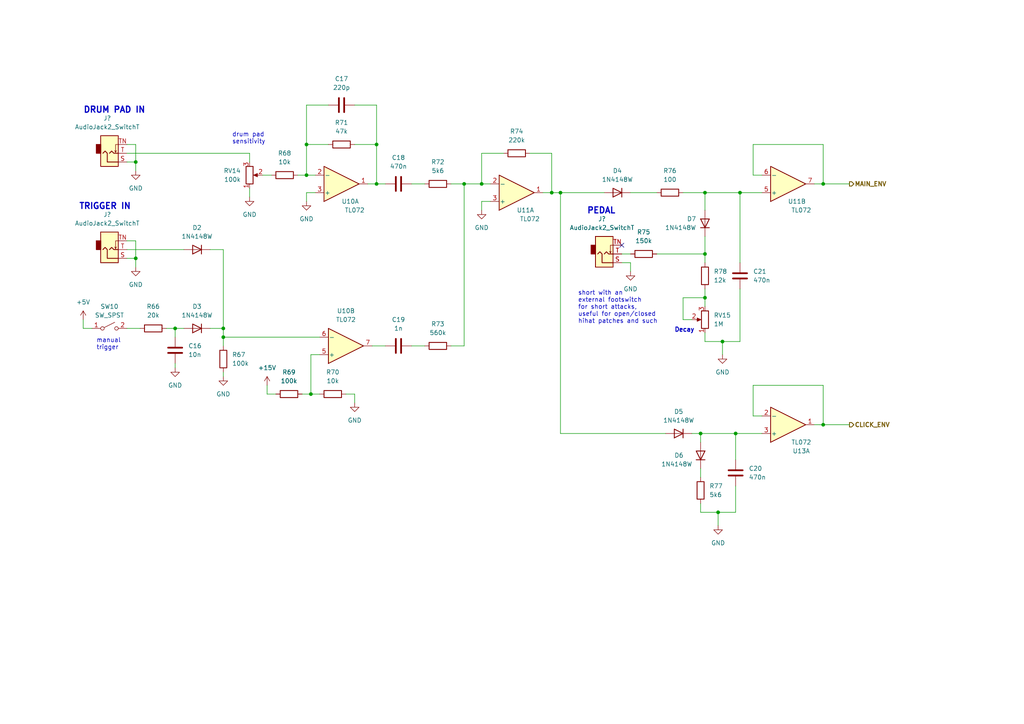
<source format=kicad_sch>
(kicad_sch (version 20221206) (generator eeschema)
  (paper "A4")
  (title_block (title "J.P. Fundrums") (date "2023-02-02") (rev "0") (comment 1 "creativecommons.org/licences/by/4.0/") (comment 2 "Licence: CC by 4.0") (comment 3 "Author: Jordan Aceto"))
  (lib_symbols
    (symbol "Amplifier_Operational:TL072" (pin_names (offset 0.127))
      (property "Reference" "U" (at 0 5.08 0))
      (property "Value" "TL072" (at 0 -5.08 0))
      (symbol "TL072_1_1"
        (polyline (pts (xy -5.08 5.08) (xy 5.08 0) (xy -5.08 -5.08) (xy -5.08 5.08)) (stroke (width 0.254)) (fill (type background)))
        (pin output line (at 7.62 0 180) (length 2.54) (name "~") (number "1"))
        (pin input line (at -7.62 -2.54 0) (length 2.54) (name "-") (number "2"))
        (pin input line (at -7.62 2.54 0) (length 2.54) (name "+") (number "3"))
      )
      (symbol "TL072_2_1"
        (polyline (pts (xy -5.08 5.08) (xy 5.08 0) (xy -5.08 -5.08) (xy -5.08 5.08)) (stroke (width 0.254)) (fill (type background)))
        (pin input line (at -7.62 2.54 0) (length 2.54) (name "+") (number "5"))
        (pin input line (at -7.62 -2.54 0) (length 2.54) (name "-") (number "6"))
        (pin output line (at 7.62 0 180) (length 2.54) (name "~") (number "7"))
      )
      (symbol "TL072_3_1"
        (pin power_in line (at -2.54 -7.62 90) (length 3.81) (name "V-") (number "4"))
        (pin power_in line (at -2.54 7.62 270) (length 3.81) (name "V+") (number "8"))
      )
    )
    (symbol "Connector_Audio:AudioJack2_SwitchT"
      (property "Reference" "J" (at 0 8.89 0))
      (property "Value" "AudioJack2_SwitchT" (at 0 6.35 0))
      (symbol "AudioJack2_SwitchT_0_1"
        (rectangle (start -2.54 0) (end -3.81 -2.54) (stroke (width 0.254)) (fill (type outline)))
        (polyline (pts (xy 1.778 -0.254) (xy 2.032 -0.762)))
        (polyline (pts (xy 0 0) (xy 0.635 -0.635) (xy 1.27 0) (xy 2.54 0)) (stroke (width 0.254)))
        (polyline (pts (xy 2.54 -2.54) (xy 1.778 -2.54) (xy 1.778 -0.254) (xy 1.524 -0.762)))
        (polyline (pts (xy 2.54 2.54) (xy -0.635 2.54) (xy -0.635 0) (xy -1.27 -0.635) (xy -1.905 0)) (stroke (width 0.254)))
        (rectangle (start 2.54 3.81) (end -2.54 -5.08) (stroke (width 0.254)) (fill (type background)))
      )
      (symbol "AudioJack2_SwitchT_1_1"
        (pin passive line (at 5.08 2.54 180) (length 2.54) (name "~") (number "S"))
        (pin passive line (at 5.08 0 180) (length 2.54) (name "~") (number "T"))
        (pin passive line (at 5.08 -2.54 180) (length 2.54) (name "~") (number "TN"))
      )
    )
    (symbol "Device:C" (pin_numbers hide) (pin_names (offset 0.254))
      (property "Reference" "C" (at 0.635 2.54 0))
      (property "Value" "C" (at 0.635 -2.54 0))
      (symbol "C_0_1"
        (polyline (pts (xy -2.032 -0.762) (xy 2.032 -0.762)) (stroke (width 0.508)))
        (polyline (pts (xy -2.032 0.762) (xy 2.032 0.762)) (stroke (width 0.508)))
      )
      (symbol "C_1_1"
        (pin passive line (at 0 3.81 270) (length 2.794) (name "~") (number "1"))
        (pin passive line (at 0 -3.81 90) (length 2.794) (name "~") (number "2"))
      )
    )
    (symbol "Device:R" (pin_numbers hide) (pin_names (offset 0))
      (property "Reference" "R" (at 2.032 0 90))
      (property "Value" "R" (at 0 0 90))
      (symbol "R_0_1"
        (rectangle (start -1.016 -2.54) (end 1.016 2.54) (stroke (width 0.254)))
      )
      (symbol "R_1_1"
        (pin passive line (at 0 3.81 270) (length 1.27) (name "~") (number "1"))
        (pin passive line (at 0 -3.81 90) (length 1.27) (name "~") (number "2"))
      )
    )
    (symbol "Device:R_Potentiometer" (pin_names (offset 1.016) hide)
      (property "Reference" "RV" (at -4.445 0 90))
      (property "Value" "R_Potentiometer" (at -2.54 0 90))
      (symbol "R_Potentiometer_0_1"
        (polyline (pts (xy 2.54 0) (xy 1.524 0)))
        (polyline (pts (xy 1.143 0) (xy 2.286 0.508) (xy 2.286 -0.508) (xy 1.143 0)) (fill (type outline)))
        (rectangle (start 1.016 2.54) (end -1.016 -2.54) (stroke (width 0.254)))
      )
      (symbol "R_Potentiometer_1_1"
        (pin passive line (at 0 3.81 270) (length 1.27) (name "1") (number "1"))
        (pin passive line (at 3.81 0 180) (length 1.27) (name "2") (number "2"))
        (pin passive line (at 0 -3.81 90) (length 1.27) (name "3") (number "3"))
      )
    )
    (symbol "Diode:1N4148W" (pin_numbers hide) (pin_names (offset 1.016) hide)
      (property "Reference" "D" (at 0 2.54 0))
      (property "Value" "1N4148W" (at 0 -2.54 0))
      (symbol "1N4148W_0_1"
        (polyline (pts (xy -1.27 1.27) (xy -1.27 -1.27)) (stroke (width 0.254)))
        (polyline (pts (xy 1.27 0) (xy -1.27 0)))
        (polyline (pts (xy 1.27 1.27) (xy 1.27 -1.27) (xy -1.27 0) (xy 1.27 1.27)) (stroke (width 0.254)))
      )
      (symbol "1N4148W_1_1"
        (pin passive line (at -3.81 0 0) (length 2.54) (name "K") (number "1"))
        (pin passive line (at 3.81 0 180) (length 2.54) (name "A") (number "2"))
      )
    )
    (symbol "Switch:SW_SPST" (pin_names (offset 0) hide)
      (property "Reference" "SW" (at 0 3.175 0))
      (property "Value" "SW_SPST" (at 0 -2.54 0))
      (symbol "SW_SPST_0_0"
        (circle (center -2.032 0) (radius 0.508))
        (polyline (pts (xy -1.524 0.254) (xy 1.524 1.778)))
        (circle (center 2.032 0) (radius 0.508))
      )
      (symbol "SW_SPST_1_1"
        (pin passive line (at -5.08 0 0) (length 2.54) (name "A") (number "1"))
        (pin passive line (at 5.08 0 180) (length 2.54) (name "B") (number "2"))
      )
    )
    (symbol "power:+15V" (power) (pin_names (offset 0))
      (property "Value" "+15V" (at 0 3.556 0))
      (symbol "+15V_0_1"
        (polyline (pts (xy -0.762 1.27) (xy 0 2.54)))
        (polyline (pts (xy 0 0) (xy 0 2.54)))
        (polyline (pts (xy 0 2.54) (xy 0.762 1.27)))
      )
      (symbol "+15V_1_1"
        (pin power_in line (at 0 0 90) (length 0) hide (name "+15V") (number "1"))
      )
    )
    (symbol "power:+5V" (power) (pin_names (offset 0))
      (property "Value" "+5V" (at 0 3.556 0))
      (symbol "+5V_0_1"
        (polyline (pts (xy -0.762 1.27) (xy 0 2.54)))
        (polyline (pts (xy 0 0) (xy 0 2.54)))
        (polyline (pts (xy 0 2.54) (xy 0.762 1.27)))
      )
      (symbol "+5V_1_1"
        (pin power_in line (at 0 0 90) (length 0) hide (name "+5V") (number "1"))
      )
    )
    (symbol "power:GND" (power) (pin_names (offset 0))
      (property "Value" "GND" (at 0 -3.81 0))
      (symbol "GND_0_1"
        (polyline (pts (xy 0 0) (xy 0 -1.27) (xy 1.27 -1.27) (xy 0 -2.54) (xy -1.27 -1.27) (xy 0 -1.27)))
      )
      (symbol "GND_1_1"
        (pin power_in line (at 0 0 270) (length 0) hide (name "GND") (number "1"))
      )
    )
  )
  (junction (at 64.77 95.25))
  (junction (at 109.22 41.91))
  (junction (at 90.17 114.3))
  (junction (at 64.77 97.79))
  (junction (at 139.7 53.34))
  (junction (at 160.02 55.88))
  (junction (at 109.22 53.34))
  (junction (at 203.2 125.73))
  (junction (at 209.55 99.06))
  (junction (at 204.47 55.88))
  (junction (at 208.28 148.59))
  (junction (at 214.63 55.88))
  (junction (at 39.37 74.93))
  (junction (at 238.76 53.34))
  (junction (at 50.8 95.25))
  (junction (at 39.37 46.99))
  (junction (at 88.9 50.8))
  (junction (at 213.36 125.73))
  (junction (at 134.62 53.34))
  (junction (at 204.47 86.36))
  (junction (at 88.9 41.91))
  (junction (at 238.76 123.19))
  (junction (at 162.56 55.88))
  (junction (at 204.47 73.66))
  (no_connect (at 180.34 71.12))
  (wire (pts (xy 238.76 123.19) (xy 238.76 111.76)))
  (wire (pts (xy 214.63 55.88) (xy 204.47 55.88)))
  (wire (pts (xy 209.55 99.06) (xy 209.55 102.87)))
  (wire (pts (xy 236.22 53.34) (xy 238.76 53.34)))
  (wire (pts (xy 214.63 76.2) (xy 214.63 55.88)))
  (wire (pts (xy 72.39 57.15) (xy 72.39 54.61)))
  (wire (pts (xy 107.95 100.33) (xy 111.76 100.33)))
  (wire (pts (xy 209.55 99.06) (xy 214.63 99.06)))
  (wire (pts (xy 77.47 114.3) (xy 80.01 114.3)))
  (wire (pts (xy 139.7 44.45) (xy 146.05 44.45)))
  (wire (pts (xy 238.76 41.91) (xy 218.44 41.91)))
  (wire (pts (xy 203.2 125.73) (xy 203.2 128.27)))
  (wire (pts (xy 203.2 135.89) (xy 203.2 138.43)))
  (wire (pts (xy 238.76 123.19) (xy 246.38 123.19)))
  (wire (pts (xy 86.36 50.8) (xy 88.9 50.8)))
  (wire (pts (xy 213.36 125.73) (xy 220.98 125.73)))
  (wire (pts (xy 119.38 100.33) (xy 123.19 100.33)))
  (wire (pts (xy 64.77 95.25) (xy 64.77 97.79)))
  (wire (pts (xy 204.47 68.58) (xy 204.47 73.66)))
  (wire (pts (xy 238.76 53.34) (xy 246.38 53.34)))
  (wire (pts (xy 119.38 53.34) (xy 123.19 53.34)))
  (wire (pts (xy 90.17 114.3) (xy 92.71 114.3)))
  (wire (pts (xy 77.47 111.76) (xy 77.47 114.3)))
  (wire (pts (xy 24.13 92.71) (xy 24.13 95.25)))
  (wire (pts (xy 213.36 148.59) (xy 213.36 140.97)))
  (wire (pts (xy 50.8 95.25) (xy 53.34 95.25)))
  (wire (pts (xy 162.56 125.73) (xy 193.04 125.73)))
  (wire (pts (xy 203.2 148.59) (xy 208.28 148.59)))
  (wire (pts (xy 76.2 50.8) (xy 78.74 50.8)))
  (wire (pts (xy 88.9 30.48) (xy 88.9 41.91)))
  (wire (pts (xy 218.44 50.8) (xy 220.98 50.8)))
  (wire (pts (xy 139.7 58.42) (xy 142.24 58.42)))
  (wire (pts (xy 36.83 95.25) (xy 40.64 95.25)))
  (wire (pts (xy 36.83 44.45) (xy 72.39 44.45)))
  (wire (pts (xy 39.37 74.93) (xy 39.37 69.85)))
  (wire (pts (xy 36.83 74.93) (xy 39.37 74.93)))
  (wire (pts (xy 204.47 99.06) (xy 209.55 99.06)))
  (wire (pts (xy 109.22 53.34) (xy 111.76 53.34)))
  (wire (pts (xy 130.81 100.33) (xy 134.62 100.33)))
  (wire (pts (xy 102.87 114.3) (xy 100.33 114.3)))
  (wire (pts (xy 139.7 60.96) (xy 139.7 58.42)))
  (wire (pts (xy 204.47 55.88) (xy 204.47 60.96)))
  (wire (pts (xy 162.56 55.88) (xy 162.56 125.73)))
  (wire (pts (xy 180.34 76.2) (xy 182.88 76.2)))
  (wire (pts (xy 213.36 125.73) (xy 203.2 125.73)))
  (wire (pts (xy 182.88 76.2) (xy 182.88 78.74)))
  (wire (pts (xy 213.36 133.35) (xy 213.36 125.73)))
  (wire (pts (xy 36.83 46.99) (xy 39.37 46.99)))
  (wire (pts (xy 238.76 53.34) (xy 238.76 41.91)))
  (wire (pts (xy 64.77 95.25) (xy 64.77 72.39)))
  (wire (pts (xy 88.9 50.8) (xy 88.9 41.91)))
  (wire (pts (xy 39.37 74.93) (xy 39.37 77.47)))
  (wire (pts (xy 102.87 116.84) (xy 102.87 114.3)))
  (wire (pts (xy 36.83 41.91) (xy 39.37 41.91)))
  (wire (pts (xy 95.25 30.48) (xy 88.9 30.48)))
  (wire (pts (xy 200.66 92.71) (xy 198.12 92.71)))
  (wire (pts (xy 190.5 55.88) (xy 182.88 55.88)))
  (wire (pts (xy 90.17 114.3) (xy 90.17 102.87)))
  (wire (pts (xy 106.68 53.34) (xy 109.22 53.34)))
  (wire (pts (xy 134.62 53.34) (xy 130.81 53.34)))
  (wire (pts (xy 60.96 95.25) (xy 64.77 95.25)))
  (wire (pts (xy 109.22 41.91) (xy 102.87 41.91)))
  (wire (pts (xy 218.44 120.65) (xy 220.98 120.65)))
  (wire (pts (xy 134.62 53.34) (xy 139.7 53.34)))
  (wire (pts (xy 64.77 100.33) (xy 64.77 97.79)))
  (wire (pts (xy 102.87 30.48) (xy 109.22 30.48)))
  (wire (pts (xy 64.77 97.79) (xy 92.71 97.79)))
  (wire (pts (xy 204.47 86.36) (xy 204.47 88.9)))
  (wire (pts (xy 160.02 44.45) (xy 153.67 44.45)))
  (wire (pts (xy 39.37 41.91) (xy 39.37 46.99)))
  (wire (pts (xy 203.2 146.05) (xy 203.2 148.59)))
  (wire (pts (xy 190.5 73.66) (xy 204.47 73.66)))
  (wire (pts (xy 198.12 92.71) (xy 198.12 86.36)))
  (wire (pts (xy 64.77 72.39) (xy 60.96 72.39)))
  (wire (pts (xy 88.9 41.91) (xy 95.25 41.91)))
  (wire (pts (xy 64.77 107.95) (xy 64.77 109.22)))
  (wire (pts (xy 160.02 55.88) (xy 160.02 44.45)))
  (wire (pts (xy 50.8 95.25) (xy 50.8 97.79)))
  (wire (pts (xy 36.83 72.39) (xy 53.34 72.39)))
  (wire (pts (xy 204.47 83.82) (xy 204.47 86.36)))
  (wire (pts (xy 214.63 55.88) (xy 220.98 55.88)))
  (wire (pts (xy 204.47 55.88) (xy 198.12 55.88)))
  (wire (pts (xy 236.22 123.19) (xy 238.76 123.19)))
  (wire (pts (xy 88.9 58.42) (xy 88.9 55.88)))
  (wire (pts (xy 160.02 55.88) (xy 162.56 55.88)))
  (wire (pts (xy 218.44 41.91) (xy 218.44 50.8)))
  (wire (pts (xy 139.7 53.34) (xy 139.7 44.45)))
  (wire (pts (xy 39.37 46.99) (xy 39.37 49.53)))
  (wire (pts (xy 203.2 125.73) (xy 200.66 125.73)))
  (wire (pts (xy 208.28 148.59) (xy 213.36 148.59)))
  (wire (pts (xy 134.62 100.33) (xy 134.62 53.34)))
  (wire (pts (xy 157.48 55.88) (xy 160.02 55.88)))
  (wire (pts (xy 204.47 73.66) (xy 204.47 76.2)))
  (wire (pts (xy 88.9 55.88) (xy 91.44 55.88)))
  (wire (pts (xy 109.22 30.48) (xy 109.22 41.91)))
  (wire (pts (xy 50.8 105.41) (xy 50.8 106.68)))
  (wire (pts (xy 218.44 111.76) (xy 218.44 120.65)))
  (wire (pts (xy 91.44 50.8) (xy 88.9 50.8)))
  (wire (pts (xy 142.24 53.34) (xy 139.7 53.34)))
  (wire (pts (xy 180.34 73.66) (xy 182.88 73.66)))
  (wire (pts (xy 72.39 44.45) (xy 72.39 46.99)))
  (wire (pts (xy 109.22 53.34) (xy 109.22 41.91)))
  (wire (pts (xy 39.37 69.85) (xy 36.83 69.85)))
  (wire (pts (xy 238.76 111.76) (xy 218.44 111.76)))
  (wire (pts (xy 90.17 102.87) (xy 92.71 102.87)))
  (wire (pts (xy 208.28 148.59) (xy 208.28 152.4)))
  (wire (pts (xy 48.26 95.25) (xy 50.8 95.25)))
  (wire (pts (xy 87.63 114.3) (xy 90.17 114.3)))
  (wire (pts (xy 198.12 86.36) (xy 204.47 86.36)))
  (wire (pts (xy 204.47 96.52) (xy 204.47 99.06)))
  (wire (pts (xy 24.13 95.25) (xy 26.67 95.25)))
  (wire (pts (xy 162.56 55.88) (xy 175.26 55.88)))
  (wire (pts (xy 214.63 83.82) (xy 214.63 99.06)))
  (text "short with an\nexternal footswitch\nfor short attacks,\nuseful for open/closed\nhihat patches and such" (at 167.64 93.98 0) (effects (font (size 1.27 1.27)) (justify left bottom)))
  (text "PEDAL" (at 170.18 62.23 0) (effects (font (size 1.75 1.75) (thickness 0.35) bold) (justify left bottom)))
  (text "DRUM PAD IN" (at 24.13 33.02 0) (effects (font (size 1.75 1.75) (thickness 0.35) bold) (justify left bottom)))
  (text "drum pad\nsensitivity" (at 67.31 41.91 0) (effects (font (size 1.27 1.27)) (justify left bottom)))
  (text "manual\ntrigger" (at 27.94 101.6 0) (effects (font (size 1.27 1.27)) (justify left bottom)))
  (text "Decay" (at 195.58 96.52 0) (effects (font (size 1.27 1.27) bold) (justify left bottom)))
  (text "TRIGGER IN" (at 22.86 60.96 0) (effects (font (size 1.75 1.75) (thickness 0.35) bold) (justify left bottom)))
  (hierarchical_label "MAIN_ENV" (shape output) (at 246.38 53.34 0) (effects (font bold)))
  (hierarchical_label "CLICK_ENV" (shape output) (at 246.38 123.19 0) (effects (font bold)))
  (symbol (lib_id "Amplifier_Operational:TL072") (at 228.6 123.19 0) (mirror x) (unit 1)
    (property "Reference" "U13" (at 232.41 130.81 0))
    (property "Value" "TL072" (at 232.41 128.27 0))
    (property "Datasheet" "http://www.ti.com/lit/ds/symlink/tl071.pdf" (effects hide))
    (instances (project "fundrums" (path "" (reference "U13") (unit 1)) (path "" (reference "U26") (unit 1)) (path "" (reference "U39") (unit 1)) (path "" (reference "U51") (unit 1))))
  )
  (symbol (lib_id "Amplifier_Operational:TL072") (at 228.6 53.34 0) (mirror x) (unit 2)
    (property "Reference" "U11" (at 231.14 58.42 0))
    (property "Value" "TL072" (at 232.41 60.96 0))
    (property "Datasheet" "http://www.ti.com/lit/ds/symlink/tl071.pdf" (effects hide))
    (instances (project "fundrums" (path "" (reference "U11") (unit 2)) (path "" (reference "U25") (unit 2)) (path "" (reference "U38") (unit 2)) (path "" (reference "U50") (unit 2))))
  )
  (symbol (lib_id "Diode:1N4148W") (at 204.47 64.77 90) (unit 1)
    (property "Reference" "D7" (at 201.93 63.5 90) (effects (justify left)))
    (property "Value" "1N4148W" (at 201.93 66.04 90) (effects (justify left)))
    (property "Footprint" "Diode_SMD:D_SOD-123" (effects hide))
    (property "Datasheet" "https://www.vishay.com/docs/85748/1n4148w.pdf" (effects hide))
    (instances (project "fundrums" (path "" (reference "D7") (unit 1)) (path "" (reference "D16") (unit 1)) (path "" (reference "D25") (unit 1)) (path "" (reference "D34") (unit 1))))
  )
  (symbol (lib_id "Device:C") (at 214.63 80.01 0) (unit 1)
    (property "Reference" "C21" (at 218.44 78.7399 0) (effects (justify left)))
    (property "Value" "470n" (at 218.44 81.2799 0) (effects (justify left)))
    (instances (project "fundrums" (path "" (reference "C21") (unit 1)) (path "" (reference "C45") (unit 1)) (path "" (reference "C69") (unit 1)) (path "" (reference "C93") (unit 1))))
  )
  (symbol (lib_id "power:+15V") (at 77.47 111.76 0) (unit 1)
    (property "Reference" "#PWR0159" (effects hide))
    (property "Value" "+15V" (at 77.47 106.68 0))
    (instances (project "fundrums" (path "" (reference "#PWR0159") (unit 1)) (path "" (reference "#PWR0236") (unit 1)) (path "" (reference "#PWR0313") (unit 1)) (path "" (reference "#PWR0390") (unit 1))))
  )
  (symbol (lib_id "Device:R_Potentiometer") (at 204.47 92.71 180) (unit 1)
    (property "Reference" "RV15" (at 207.01 91.4399 0) (effects (justify right)))
    (property "Value" "1M" (at 207.01 93.9799 0) (effects (justify right)))
    (instances (project "fundrums" (path "" (reference "RV15") (unit 1)) (path "" (reference "RV27") (unit 1)) (path "" (reference "RV39") (unit 1)) (path "" (reference "RV51") (unit 1))))
  )
  (symbol (lib_id "Diode:1N4148W") (at 196.85 125.73 180) (unit 1)
    (property "Reference" "D5" (at 196.85 119.38 0))
    (property "Value" "1N4148W" (at 196.85 121.92 0))
    (property "Footprint" "Diode_SMD:D_SOD-123" (effects hide))
    (property "Datasheet" "https://www.vishay.com/docs/85748/1n4148w.pdf" (effects hide))
    (instances (project "fundrums" (path "" (reference "D5") (unit 1)) (path "" (reference "D14") (unit 1)) (path "" (reference "D23") (unit 1)) (path "" (reference "D32") (unit 1))))
  )
  (symbol (lib_id "Device:R") (at 204.47 80.01 0) (unit 1)
    (property "Reference" "R78" (at 207.01 78.7399 0) (effects (justify left)))
    (property "Value" "12k" (at 207.01 81.2799 0) (effects (justify left)))
    (instances (project "fundrums" (path "" (reference "R78") (unit 1)) (path "" (reference "R165") (unit 1)) (path "" (reference "R252") (unit 1)) (path "" (reference "R339") (unit 1))))
  )
  (symbol (lib_id "Diode:1N4148W") (at 57.15 95.25 180) (unit 1)
    (property "Reference" "D3" (at 57.15 88.9 0))
    (property "Value" "1N4148W" (at 57.15 91.44 0))
    (property "Footprint" "Diode_SMD:D_SOD-123" (effects hide))
    (property "Datasheet" "https://www.vishay.com/docs/85748/1n4148w.pdf" (effects hide))
    (instances (project "fundrums" (path "" (reference "D3") (unit 1)) (path "" (reference "D12") (unit 1)) (path "" (reference "D21") (unit 1)) (path "" (reference "D30") (unit 1))))
  )
  (symbol (lib_id "Device:R") (at 83.82 114.3 90) (unit 1)
    (property "Reference" "R69" (at 83.82 107.95 90))
    (property "Value" "100k" (at 83.82 110.49 90))
    (instances (project "fundrums" (path "" (reference "R69") (unit 1)) (path "" (reference "R156") (unit 1)) (path "" (reference "R243") (unit 1)) (path "" (reference "R330") (unit 1))))
  )
  (symbol (lib_id "Device:R") (at 96.52 114.3 90) (unit 1)
    (property "Reference" "R70" (at 96.52 107.95 90))
    (property "Value" "10k" (at 96.52 110.49 90))
    (instances (project "fundrums" (path "" (reference "R70") (unit 1)) (path "" (reference "R157") (unit 1)) (path "" (reference "R244") (unit 1)) (path "" (reference "R331") (unit 1))))
  )
  (symbol (lib_id "power:GND") (at 64.77 109.22 0) (unit 1)
    (property "Reference" "#PWR0157" (effects hide))
    (property "Value" "GND" (at 64.77 114.3 0))
    (instances (project "fundrums" (path "" (reference "#PWR0157") (unit 1)) (path "" (reference "#PWR0234") (unit 1)) (path "" (reference "#PWR0311") (unit 1)) (path "" (reference "#PWR0388") (unit 1))))
  )
  (symbol (lib_id "Switch:SW_SPST") (at 31.75 95.25 0) (unit 1)
    (property "Reference" "SW10" (at 31.75 88.9 0))
    (property "Value" "SW_SPST" (at 31.75 91.44 0))
    (instances (project "fundrums" (path "" (reference "SW10") (unit 1)) (path "" (reference "SW17") (unit 1)) (path "" (reference "SW24") (unit 1)) (path "" (reference "SW31") (unit 1))))
  )
  (symbol (lib_id "power:GND") (at 39.37 49.53 0) (unit 1)
    (property "Reference" "#PWR025" (effects hide))
    (property "Value" "GND" (at 39.37 54.61 0))
    (instances (project "fundrums" (path "" (reference "#PWR025") (unit 1)) (path "" (reference "#PWR024") (unit 1)) (path "" (reference "#PWR026") (unit 1)) (path "" (reference "#PWR027") (unit 1)) (path "" (reference "#PWR028") (unit 1)) (path "" (reference "#PWR029") (unit 1)) (path "" (reference "#PWR030") (unit 1)) (path "" (reference "#PWR031") (unit 1))))
  )
  (symbol (lib_id "Device:R_Potentiometer") (at 72.39 50.8 0) (mirror x) (unit 1)
    (property "Reference" "RV14" (at 69.85 49.5299 0) (effects (justify right)))
    (property "Value" "100k" (at 69.85 52.0699 0) (effects (justify right)))
    (instances (project "fundrums" (path "" (reference "RV14") (unit 1)) (path "" (reference "RV26") (unit 1)) (path "" (reference "RV38") (unit 1)) (path "" (reference "RV50") (unit 1))))
  )
  (symbol (lib_id "Device:C") (at 213.36 137.16 0) (unit 1)
    (property "Reference" "C20" (at 217.17 135.8899 0) (effects (justify left)))
    (property "Value" "470n" (at 217.17 138.4299 0) (effects (justify left)))
    (instances (project "fundrums" (path "" (reference "C20") (unit 1)) (path "" (reference "C44") (unit 1)) (path "" (reference "C68") (unit 1)) (path "" (reference "C92") (unit 1))))
  )
  (symbol (lib_id "power:+5V") (at 24.13 92.71 0) (unit 1)
    (property "Reference" "#PWR0155" (effects hide))
    (property "Value" "+5V" (at 24.13 87.63 0))
    (instances (project "fundrums" (path "" (reference "#PWR0155") (unit 1)) (path "" (reference "#PWR0232") (unit 1)) (path "" (reference "#PWR0309") (unit 1)) (path "" (reference "#PWR0386") (unit 1))))
  )
  (symbol (lib_id "power:GND") (at 39.37 77.47 0) (unit 1)
    (property "Reference" "#PWR025" (effects hide))
    (property "Value" "GND" (at 39.37 82.55 0))
    (instances (project "fundrums" (path "" (reference "#PWR025") (unit 1)) (path "" (reference "#PWR024") (unit 1)) (path "" (reference "#PWR026") (unit 1)) (path "" (reference "#PWR027") (unit 1)) (path "" (reference "#PWR032") (unit 1)) (path "" (reference "#PWR033") (unit 1)) (path "" (reference "#PWR034") (unit 1)) (path "" (reference "#PWR035") (unit 1))))
  )
  (symbol (lib_id "Diode:1N4148W") (at 179.07 55.88 180) (unit 1)
    (property "Reference" "D4" (at 179.07 49.53 0))
    (property "Value" "1N4148W" (at 179.07 52.07 0))
    (property "Footprint" "Diode_SMD:D_SOD-123" (effects hide))
    (property "Datasheet" "https://www.vishay.com/docs/85748/1n4148w.pdf" (effects hide))
    (instances (project "fundrums" (path "" (reference "D4") (unit 1)) (path "" (reference "D13") (unit 1)) (path "" (reference "D22") (unit 1)) (path "" (reference "D31") (unit 1))))
  )
  (symbol (lib_id "Connector_Audio:AudioJack2_SwitchT") (at 31.75 72.39 0) (mirror x) (unit 1)
    (property "Reference" "J?" (at 31.115 62.23 0))
    (property "Value" "AudioJack2_SwitchT" (at 31.115 64.77 0))
    (instances (project "fundrums" (path "" (reference "J?") (unit 1)) (path "" (reference "J?") (unit 1)) (path "" (reference "J?") (unit 1)) (path "" (reference "J?") (unit 1)) (path "" (reference "J13") (unit 1)) (path "" (reference "J9") (unit 1)) (path "" (reference "J17") (unit 1)) (path "" (reference "J21") (unit 1))))
  )
  (symbol (lib_id "Diode:1N4148W") (at 203.2 132.08 270) (mirror x) (unit 1)
    (property "Reference" "D6" (at 195.58 132.08 90) (effects (justify left)))
    (property "Value" "1N4148W" (at 191.77 134.62 90) (effects (justify left)))
    (property "Footprint" "Diode_SMD:D_SOD-123" (effects hide))
    (property "Datasheet" "https://www.vishay.com/docs/85748/1n4148w.pdf" (effects hide))
    (instances (project "fundrums" (path "" (reference "D6") (unit 1)) (path "" (reference "D15") (unit 1)) (path "" (reference "D24") (unit 1)) (path "" (reference "D33") (unit 1))))
  )
  (symbol (lib_id "Connector_Audio:AudioJack2_SwitchT") (at 31.75 44.45 0) (mirror x) (unit 1)
    (property "Reference" "J?" (at 31.115 34.29 0))
    (property "Value" "AudioJack2_SwitchT" (at 31.115 36.83 0))
    (instances (project "fundrums" (path "" (reference "J?") (unit 1)) (path "" (reference "J?") (unit 1)) (path "" (reference "J?") (unit 1)) (path "" (reference "J?") (unit 1)) (path "" (reference "J12") (unit 1)) (path "" (reference "J8") (unit 1)) (path "" (reference "J16") (unit 1)) (path "" (reference "J20") (unit 1))))
  )
  (symbol (lib_id "Device:R") (at 99.06 41.91 90) (unit 1)
    (property "Reference" "R71" (at 99.06 35.56 90))
    (property "Value" "47k" (at 99.06 38.1 90))
    (instances (project "fundrums" (path "" (reference "R71") (unit 1)) (path "" (reference "R158") (unit 1)) (path "" (reference "R245") (unit 1)) (path "" (reference "R332") (unit 1))))
  )
  (symbol (lib_id "Device:R") (at 127 53.34 90) (unit 1)
    (property "Reference" "R72" (at 127 46.99 90))
    (property "Value" "5k6" (at 127 49.53 90))
    (instances (project "fundrums" (path "" (reference "R72") (unit 1)) (path "" (reference "R159") (unit 1)) (path "" (reference "R246") (unit 1)) (path "" (reference "R333") (unit 1))))
  )
  (symbol (lib_id "power:GND") (at 50.8 106.68 0) (unit 1)
    (property "Reference" "#PWR0156" (effects hide))
    (property "Value" "GND" (at 50.8 111.76 0))
    (instances (project "fundrums" (path "" (reference "#PWR0156") (unit 1)) (path "" (reference "#PWR0233") (unit 1)) (path "" (reference "#PWR0310") (unit 1)) (path "" (reference "#PWR0387") (unit 1))))
  )
  (symbol (lib_id "Diode:1N4148W") (at 57.15 72.39 180) (unit 1)
    (property "Reference" "D2" (at 57.15 66.04 0))
    (property "Value" "1N4148W" (at 57.15 68.58 0))
    (property "Footprint" "Diode_SMD:D_SOD-123" (effects hide))
    (property "Datasheet" "https://www.vishay.com/docs/85748/1n4148w.pdf" (effects hide))
    (instances (project "fundrums" (path "" (reference "D2") (unit 1)) (path "" (reference "D11") (unit 1)) (path "" (reference "D20") (unit 1)) (path "" (reference "D29") (unit 1))))
  )
  (symbol (lib_id "Device:C") (at 115.57 53.34 90) (unit 1)
    (property "Reference" "C18" (at 115.57 45.72 90))
    (property "Value" "470n" (at 115.57 48.26 90))
    (instances (project "fundrums" (path "" (reference "C18") (unit 1)) (path "" (reference "C42") (unit 1)) (path "" (reference "C66") (unit 1)) (path "" (reference "C90") (unit 1))))
  )
  (symbol (lib_id "Amplifier_Operational:TL072") (at 99.06 53.34 0) (mirror x) (unit 1)
    (property "Reference" "U10" (at 101.6 58.42 0))
    (property "Value" "TL072" (at 102.87 60.96 0))
    (property "Datasheet" "http://www.ti.com/lit/ds/symlink/tl071.pdf" (effects hide))
    (instances (project "fundrums" (path "" (reference "U10") (unit 1)) (path "" (reference "U24") (unit 1)) (path "" (reference "U37") (unit 1)) (path "" (reference "U49") (unit 1))))
  )
  (symbol (lib_id "Device:C") (at 50.8 101.6 0) (unit 1)
    (property "Reference" "C16" (at 54.61 100.3299 0) (effects (justify left)))
    (property "Value" "10n" (at 54.61 102.8699 0) (effects (justify left)))
    (instances (project "fundrums" (path "" (reference "C16") (unit 1)) (path "" (reference "C40") (unit 1)) (path "" (reference "C64") (unit 1)) (path "" (reference "C88") (unit 1))))
  )
  (symbol (lib_id "Device:R") (at 186.69 73.66 90) (unit 1)
    (property "Reference" "R75" (at 186.69 67.31 90))
    (property "Value" "150k" (at 186.69 69.85 90))
    (instances (project "fundrums" (path "" (reference "R75") (unit 1)) (path "" (reference "R162") (unit 1)) (path "" (reference "R249") (unit 1)) (path "" (reference "R336") (unit 1))))
  )
  (symbol (lib_id "Amplifier_Operational:TL072") (at 100.33 100.33 0) (mirror x) (unit 2)
    (property "Reference" "U10" (at 100.33 90.17 0))
    (property "Value" "TL072" (at 100.33 92.71 0))
    (property "Datasheet" "http://www.ti.com/lit/ds/symlink/tl071.pdf" (effects hide))
    (instances (project "fundrums" (path "" (reference "U10") (unit 2)) (path "" (reference "U24") (unit 2)) (path "" (reference "U37") (unit 2)) (path "" (reference "U49") (unit 2))))
  )
  (symbol (lib_id "power:GND") (at 208.28 152.4 0) (unit 1)
    (property "Reference" "#PWR0163" (effects hide))
    (property "Value" "GND" (at 208.28 157.48 0))
    (instances (project "fundrums" (path "" (reference "#PWR0163") (unit 1)) (path "" (reference "#PWR0240") (unit 1)) (path "" (reference "#PWR0317") (unit 1)) (path "" (reference "#PWR0394") (unit 1))))
  )
  (symbol (lib_id "power:GND") (at 209.55 102.87 0) (unit 1)
    (property "Reference" "#PWR0164" (effects hide))
    (property "Value" "GND" (at 209.55 107.95 0))
    (instances (project "fundrums" (path "" (reference "#PWR0164") (unit 1)) (path "" (reference "#PWR0241") (unit 1)) (path "" (reference "#PWR0318") (unit 1)) (path "" (reference "#PWR0395") (unit 1))))
  )
  (symbol (lib_id "Connector_Audio:AudioJack2_SwitchT") (at 175.26 73.66 0) (mirror x) (unit 1)
    (property "Reference" "J?" (at 174.625 63.5 0))
    (property "Value" "AudioJack2_SwitchT" (at 174.625 66.04 0))
    (instances (project "fundrums" (path "" (reference "J?") (unit 1)) (path "" (reference "J?") (unit 1)) (path "" (reference "J?") (unit 1)) (path "" (reference "J?") (unit 1)) (path "" (reference "J14") (unit 1)) (path "" (reference "J10") (unit 1)) (path "" (reference "J18") (unit 1)) (path "" (reference "J22") (unit 1))))
  )
  (symbol (lib_id "Amplifier_Operational:TL072") (at 149.86 55.88 0) (mirror x) (unit 1)
    (property "Reference" "U11" (at 152.4 60.96 0))
    (property "Value" "TL072" (at 153.67 63.5 0))
    (property "Datasheet" "http://www.ti.com/lit/ds/symlink/tl071.pdf" (effects hide))
    (instances (project "fundrums" (path "" (reference "U11") (unit 1)) (path "" (reference "U25") (unit 1)) (path "" (reference "U38") (unit 1)) (path "" (reference "U50") (unit 1))))
  )
  (symbol (lib_id "power:GND") (at 139.7 60.96 0) (unit 1)
    (property "Reference" "#PWR0162" (effects hide))
    (property "Value" "GND" (at 139.7 66.04 0))
    (instances (project "fundrums" (path "" (reference "#PWR0162") (unit 1)) (path "" (reference "#PWR0239") (unit 1)) (path "" (reference "#PWR0316") (unit 1)) (path "" (reference "#PWR0393") (unit 1))))
  )
  (symbol (lib_id "Device:R") (at 194.31 55.88 90) (unit 1)
    (property "Reference" "R76" (at 194.31 49.53 90))
    (property "Value" "100" (at 194.31 52.07 90))
    (instances (project "fundrums" (path "" (reference "R76") (unit 1)) (path "" (reference "R163") (unit 1)) (path "" (reference "R250") (unit 1)) (path "" (reference "R337") (unit 1))))
  )
  (symbol (lib_id "power:GND") (at 102.87 116.84 0) (unit 1)
    (property "Reference" "#PWR0161" (effects hide))
    (property "Value" "GND" (at 102.87 121.92 0))
    (instances (project "fundrums" (path "" (reference "#PWR0161") (unit 1)) (path "" (reference "#PWR0238") (unit 1)) (path "" (reference "#PWR0315") (unit 1)) (path "" (reference "#PWR0392") (unit 1))))
  )
  (symbol (lib_id "power:GND") (at 182.88 78.74 0) (unit 1)
    (property "Reference" "#PWR025" (effects hide))
    (property "Value" "GND" (at 182.88 83.82 0))
    (instances (project "fundrums" (path "" (reference "#PWR025") (unit 1)) (path "" (reference "#PWR024") (unit 1)) (path "" (reference "#PWR026") (unit 1)) (path "" (reference "#PWR027") (unit 1)) (path "" (reference "#PWR036") (unit 1)) (path "" (reference "#PWR037") (unit 1)) (path "" (reference "#PWR038") (unit 1)) (path "" (reference "#PWR039") (unit 1))))
  )
  (symbol (lib_id "Device:R") (at 203.2 142.24 0) (unit 1)
    (property "Reference" "R77" (at 205.74 140.9699 0) (effects (justify left)))
    (property "Value" "5k6" (at 205.74 143.5099 0) (effects (justify left)))
    (instances (project "fundrums" (path "" (reference "R77") (unit 1)) (path "" (reference "R164") (unit 1)) (path "" (reference "R251") (unit 1)) (path "" (reference "R338") (unit 1))))
  )
  (symbol (lib_id "power:GND") (at 72.39 57.15 0) (unit 1)
    (property "Reference" "#PWR0158" (effects hide))
    (property "Value" "GND" (at 72.39 62.23 0))
    (instances (project "fundrums" (path "" (reference "#PWR0158") (unit 1)) (path "" (reference "#PWR0235") (unit 1)) (path "" (reference "#PWR0312") (unit 1)) (path "" (reference "#PWR0389") (unit 1))))
  )
  (symbol (lib_id "Device:C") (at 115.57 100.33 90) (unit 1)
    (property "Reference" "C19" (at 115.57 92.71 90))
    (property "Value" "1n" (at 115.57 95.25 90))
    (instances (project "fundrums" (path "" (reference "C19") (unit 1)) (path "" (reference "C43") (unit 1)) (path "" (reference "C67") (unit 1)) (path "" (reference "C91") (unit 1))))
  )
  (symbol (lib_id "Device:R") (at 149.86 44.45 90) (unit 1)
    (property "Reference" "R74" (at 149.86 38.1 90))
    (property "Value" "220k" (at 149.86 40.64 90))
    (instances (project "fundrums" (path "" (reference "R74") (unit 1)) (path "" (reference "R161") (unit 1)) (path "" (reference "R248") (unit 1)) (path "" (reference "R335") (unit 1))))
  )
  (symbol (lib_id "Device:R") (at 44.45 95.25 90) (unit 1)
    (property "Reference" "R66" (at 44.45 88.9 90))
    (property "Value" "20k" (at 44.45 91.44 90))
    (instances (project "fundrums" (path "" (reference "R66") (unit 1)) (path "" (reference "R153") (unit 1)) (path "" (reference "R240") (unit 1)) (path "" (reference "R327") (unit 1))))
  )
  (symbol (lib_id "Device:R") (at 82.55 50.8 90) (unit 1)
    (property "Reference" "R68" (at 82.55 44.45 90))
    (property "Value" "10k" (at 82.55 46.99 90))
    (instances (project "fundrums" (path "" (reference "R68") (unit 1)) (path "" (reference "R155") (unit 1)) (path "" (reference "R242") (unit 1)) (path "" (reference "R329") (unit 1))))
  )
  (symbol (lib_id "Device:C") (at 99.06 30.48 90) (unit 1)
    (property "Reference" "C17" (at 99.06 22.86 90))
    (property "Value" "220p" (at 99.06 25.4 90))
    (instances (project "fundrums" (path "" (reference "C17") (unit 1)) (path "" (reference "C41") (unit 1)) (path "" (reference "C65") (unit 1)) (path "" (reference "C89") (unit 1))))
  )
  (symbol (lib_id "power:GND") (at 88.9 58.42 0) (unit 1)
    (property "Reference" "#PWR0160" (effects hide))
    (property "Value" "GND" (at 88.9 63.5 0))
    (instances (project "fundrums" (path "" (reference "#PWR0160") (unit 1)) (path "" (reference "#PWR0237") (unit 1)) (path "" (reference "#PWR0314") (unit 1)) (path "" (reference "#PWR0391") (unit 1))))
  )
  (symbol (lib_id "Device:R") (at 64.77 104.14 0) (unit 1)
    (property "Reference" "R67" (at 67.31 102.8699 0) (effects (justify left)))
    (property "Value" "100k" (at 67.31 105.4099 0) (effects (justify left)))
    (instances (project "fundrums" (path "" (reference "R67") (unit 1)) (path "" (reference "R154") (unit 1)) (path "" (reference "R241") (unit 1)) (path "" (reference "R328") (unit 1))))
  )
  (symbol (lib_id "Device:R") (at 127 100.33 90) (unit 1)
    (property "Reference" "R73" (at 127 93.98 90))
    (property "Value" "560k" (at 127 96.52 90))
    (instances (project "fundrums" (path "" (reference "R73") (unit 1)) (path "" (reference "R160") (unit 1)) (path "" (reference "R247") (unit 1)) (path "" (reference "R334") (unit 1))))
  )
)
</source>
